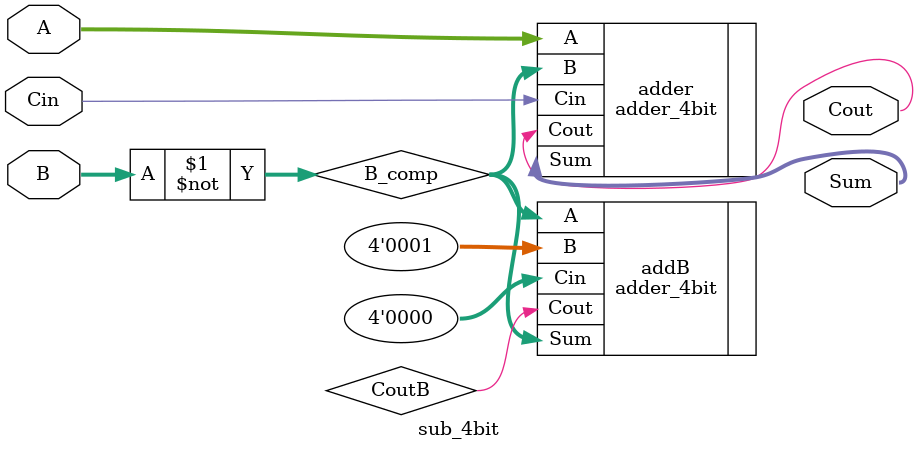
<source format=v>
/*
 * sub_4bit.v
 * Shawn Zhu
 * ECE552
 */
module sub_4bit (Sum, A, B, Cin, Cout);
input [3:0] A, B; 	//Input values
output [3:0] Sum; 	//sum output
input Cin;
output Cout;

wire [3:0] B_comp;
wire CoutB; 

//Flip the bits in B
assign B_comp = ~B;

//Add one to finish negation
adder_4bit addB(.Sum(B_comp), .A(B_comp), .B(4'h1), .Cin(4'h0), .Cout(CoutB));

//Add the negated B to A
adder_4bit adder(.Sum(Sum), .A(A), .B(B_comp), .Cin(Cin), .Cout(Cout));

endmodule
</source>
